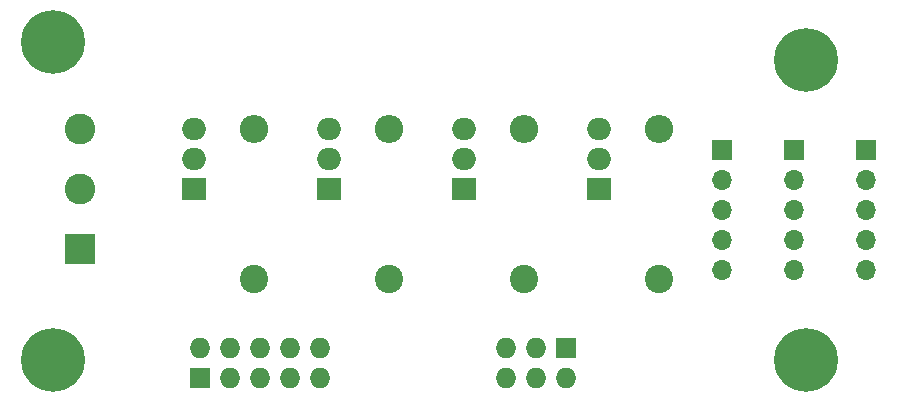
<source format=gbr>
G04 #@! TF.FileFunction,Soldermask,Top*
%FSLAX46Y46*%
G04 Gerber Fmt 4.6, Leading zero omitted, Abs format (unit mm)*
G04 Created by KiCad (PCBNEW 4.0.7) date Mon Dec 17 23:28:13 2018*
%MOMM*%
%LPD*%
G01*
G04 APERTURE LIST*
%ADD10C,0.100000*%
%ADD11C,5.400000*%
%ADD12R,1.700000X1.700000*%
%ADD13O,1.700000X1.700000*%
%ADD14R,2.000000X1.905000*%
%ADD15O,2.000000X1.905000*%
%ADD16C,2.400000*%
%ADD17O,2.400000X2.400000*%
%ADD18R,1.727200X1.727200*%
%ADD19O,1.727200X1.727200*%
%ADD20R,2.600000X2.600000*%
%ADD21C,2.600000*%
G04 APERTURE END LIST*
D10*
D11*
X158242000Y-132588000D03*
X221996000Y-107188000D03*
X221996000Y-132588000D03*
D12*
X214884000Y-114808000D03*
D13*
X214884000Y-117348000D03*
X214884000Y-119888000D03*
X214884000Y-122428000D03*
X214884000Y-124968000D03*
D14*
X170180000Y-118110000D03*
D15*
X170180000Y-115570000D03*
X170180000Y-113030000D03*
D14*
X181610000Y-118110000D03*
D15*
X181610000Y-115570000D03*
X181610000Y-113030000D03*
D14*
X204470000Y-118110000D03*
D15*
X204470000Y-115570000D03*
X204470000Y-113030000D03*
D14*
X193040000Y-118110000D03*
D15*
X193040000Y-115570000D03*
X193040000Y-113030000D03*
D16*
X175260000Y-125730000D03*
D17*
X175260000Y-113030000D03*
D16*
X186690000Y-125730000D03*
D17*
X186690000Y-113030000D03*
D16*
X209550000Y-125730000D03*
D17*
X209550000Y-113030000D03*
D16*
X198120000Y-125730000D03*
D17*
X198120000Y-113030000D03*
D11*
X158242000Y-105664000D03*
D18*
X201676000Y-131572000D03*
D19*
X201676000Y-134112000D03*
X199136000Y-131572000D03*
X199136000Y-134112000D03*
X196596000Y-131572000D03*
X196596000Y-134112000D03*
D12*
X220980000Y-114808000D03*
D13*
X220980000Y-117348000D03*
X220980000Y-119888000D03*
X220980000Y-122428000D03*
X220980000Y-124968000D03*
D12*
X227076000Y-114808000D03*
D13*
X227076000Y-117348000D03*
X227076000Y-119888000D03*
X227076000Y-122428000D03*
X227076000Y-124968000D03*
D20*
X160528000Y-123190000D03*
D21*
X160528000Y-118110000D03*
X160528000Y-113030000D03*
D18*
X170688000Y-134112000D03*
D19*
X170688000Y-131572000D03*
X173228000Y-134112000D03*
X173228000Y-131572000D03*
X175768000Y-134112000D03*
X175768000Y-131572000D03*
X178308000Y-134112000D03*
X178308000Y-131572000D03*
X180848000Y-134112000D03*
X180848000Y-131572000D03*
M02*

</source>
